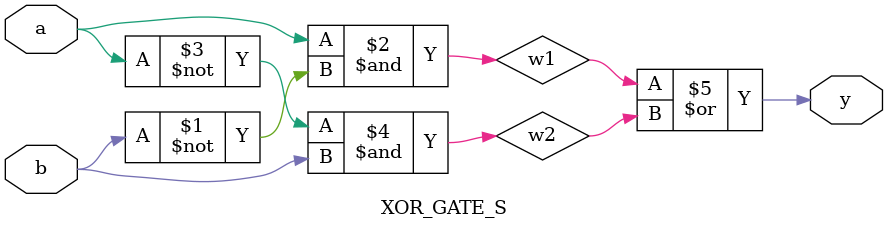
<source format=v>
module XOR_GATE_S(y,a,b);
//Structural

    //I/O POrt
    input a,b;
    output y;
    
    //2 local wires
    wire w1,w2;
    
    // with keyword it is simply
    //xor(y,a,b);
    
    //without keyword - declare wires, 2 AND + 1 OR Gates
    and(w1,a,~b);
    and(w2,~a,b);
    or(y,w1,w2);
    
endmodule    

</source>
